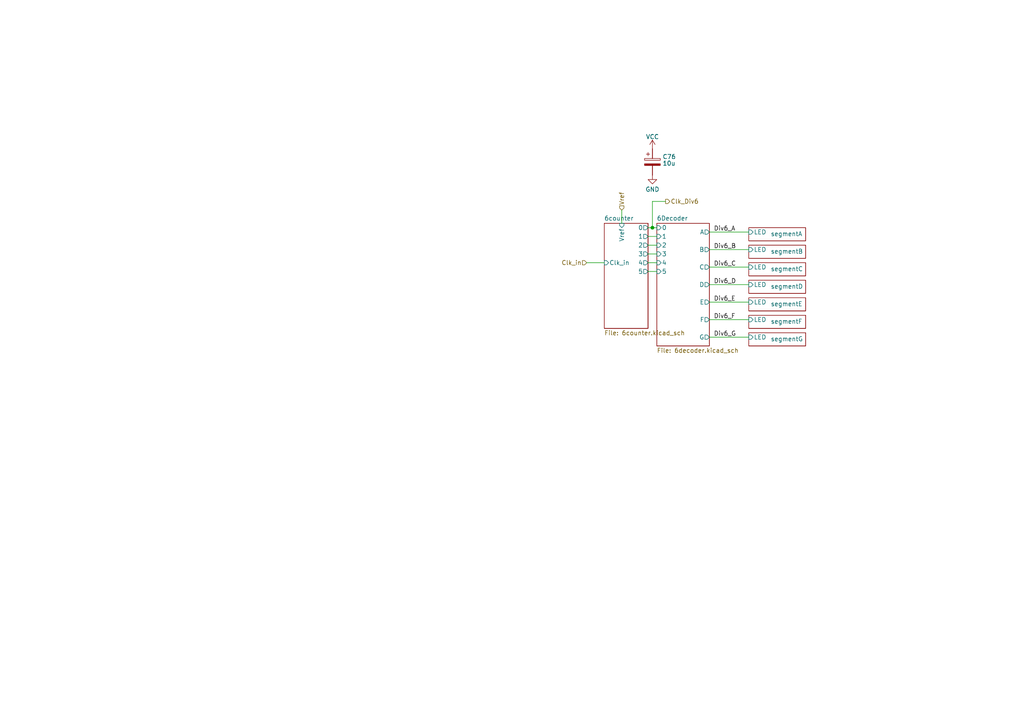
<source format=kicad_sch>
(kicad_sch (version 20230121) (generator eeschema)
  (paper "A4")
  (lib_symbols
    (symbol "Device:C_Polarized" (pin_numbers hide) (pin_names (offset 0.254))
      (property "Reference" "C" (at 0.635 2.54 0))
      (property "Value" "C_Polarized" (at 0.635 -2.54 0))
      (symbol "C_Polarized_0_1"
        (rectangle (start -2.286 0.508) (end 2.286 1.016))
        (polyline (pts (xy -1.778 2.286) (xy -0.762 2.286)))
        (polyline (pts (xy -1.27 2.794) (xy -1.27 1.778)))
        (rectangle (start 2.286 -0.508) (end -2.286 -1.016) (fill (type outline)))
      )
      (symbol "C_Polarized_1_1"
        (pin passive line (at 0 3.81 270) (length 2.794) (name "~") (number "1"))
        (pin passive line (at 0 -3.81 90) (length 2.794) (name "~") (number "2"))
      )
    )
    (symbol "power:GND" (power) (pin_names (offset 0))
      (property "Value" "GND" (at 0 -3.81 0))
      (symbol "GND_0_1"
        (polyline (pts (xy 0 0) (xy 0 -1.27) (xy 1.27 -1.27) (xy 0 -2.54) (xy -1.27 -1.27) (xy 0 -1.27)))
      )
      (symbol "GND_1_1"
        (pin power_in line (at 0 0 270) (length 0) hide (name "GND") (number "1"))
      )
    )
    (symbol "power:VCC" (power) (pin_names (offset 0))
      (property "Value" "VCC" (at 0 3.81 0))
      (symbol "VCC_0_1"
        (polyline (pts (xy -0.762 1.27) (xy 0 2.54)))
        (polyline (pts (xy 0 0) (xy 0 2.54)))
        (polyline (pts (xy 0 2.54) (xy 0.762 1.27)))
      )
      (symbol "VCC_1_1"
        (pin power_in line (at 0 0 90) (length 0) hide (name "VCC") (number "1"))
      )
    )
  )
  (junction (at 189.23 66.04))
  (wire (pts (xy 189.23 66.04) (xy 190.5 66.04)))
  (wire (pts (xy 180.34 60.96) (xy 180.34 64.77)))
  (wire (pts (xy 187.96 73.66) (xy 190.5 73.66)))
  (wire (pts (xy 205.74 67.31) (xy 217.17 67.31)))
  (wire (pts (xy 205.74 97.79) (xy 217.17 97.79)))
  (wire (pts (xy 205.74 92.71) (xy 217.17 92.71)))
  (wire (pts (xy 205.74 72.39) (xy 217.17 72.39)))
  (wire (pts (xy 187.96 68.58) (xy 190.5 68.58)))
  (wire (pts (xy 187.96 78.74) (xy 190.5 78.74)))
  (wire (pts (xy 205.74 77.47) (xy 217.17 77.47)))
  (wire (pts (xy 189.23 58.42) (xy 189.23 66.04)))
  (wire (pts (xy 170.18 76.2) (xy 175.26 76.2)))
  (wire (pts (xy 187.96 71.12) (xy 190.5 71.12)))
  (wire (pts (xy 187.96 66.04) (xy 189.23 66.04)))
  (wire (pts (xy 187.96 76.2) (xy 190.5 76.2)))
  (wire (pts (xy 205.74 82.55) (xy 217.17 82.55)))
  (wire (pts (xy 189.23 58.42) (xy 193.04 58.42)))
  (wire (pts (xy 205.74 87.63) (xy 217.17 87.63)))
  (label "Div6_F" (at 207.01 92.71 0))
  (label "Div6_C" (at 207.01 77.47 0))
  (label "Div6_G" (at 207.01 97.79 0))
  (label "Div6_E" (at 207.01 87.63 0))
  (label "Div6_B" (at 207.01 72.39 0))
  (label "Div6_A" (at 207.01 67.31 0))
  (label "Div6_D" (at 207.01 82.55 0))
  (hierarchical_label "Clk_in" (shape input) (at 170.18 76.2 180))
  (hierarchical_label "Clk_Div6" (shape output) (at 193.04 58.42 0))
  (hierarchical_label "Vref" (shape input) (at 180.34 60.96 90))
  (symbol (lib_id "Device:C_Polarized") (at 189.23 46.99 0) (unit 1)
    (property "Reference" "C76" (at 192.151 45.4573 0) (effects (justify left)))
    (property "Value" "10u" (at 192.151 47.3783 0) (effects (justify left)))
    (property "Footprint" "Capacitor_SMD:C_0805_2012Metric" (effects hide))
    (property "Assembly" "True" (effects hide))
    (property "LCSC_PN" "C15850" (effects hide))
    (property "Price" "0.0105" (effects hide))
    (instances (project "transistor_clock" (path "" (reference "C76") (unit 1)) (path "" (reference "C13") (unit 1)) (path "" (reference "C17") (unit 1))))
  )
  (symbol (lib_id "power:VCC") (at 189.23 43.18 0) (unit 1)
    (property "Reference" "#PWR022" (effects hide))
    (property "Value" "VCC" (at 189.23 39.6781 0))
    (instances (project "transistor_clock" (path "" (reference "#PWR022") (unit 1)) (path "" (reference "#PWR0114") (unit 1)) (path "" (reference "#PWR0191") (unit 1)) (path "" (reference "#PWR0261") (unit 1)) (path "" (reference "#PWR048") (unit 1)) (path "" (reference "#PWR057") (unit 1))))
  )
  (symbol (lib_id "power:GND") (at 189.23 50.8 0) (unit 1)
    (property "Reference" "#PWR09" (effects hide))
    (property "Value" "GND" (at 189.23 54.9355 0))
    (instances (project "transistor_clock" (path "" (reference "#PWR09") (unit 1)) (path "" (reference "#PWR0112") (unit 1)) (path "" (reference "#PWR0181") (unit 1)) (path "" (reference "#PWR0253") (unit 1)) (path "" (reference "#PWR047") (unit 1)) (path "" (reference "#PWR056") (unit 1))))
  )
  (sheet (at 217.17 81.28) (size 16.51 3.81) (stroke (width 0.1524))
    (property "Sheetname" "segmentD" (at 223.52 83.82 0) (effects (justify left bottom)))
    (property "Sheetfile" "segment.kicad_sch" (effects hide))
    (pin "LED" input (at 217.17 82.55 180))
  )
  (sheet (at 217.17 71.12) (size 16.51 3.81) (stroke (width 0.1524))
    (property "Sheetname" "segmentB" (at 223.52 73.66 0) (effects (justify left bottom)))
    (property "Sheetfile" "segment.kicad_sch" (effects hide))
    (pin "LED" input (at 217.17 72.39 180))
  )
  (sheet (at 217.17 66.04) (size 16.51 3.81) (stroke (width 0.1524))
    (property "Sheetname" "segmentA" (at 223.52 68.58 0) (effects (justify left bottom)))
    (property "Sheetfile" "segment.kicad_sch" (effects hide))
    (pin "LED" input (at 217.17 67.31 180))
  )
  (sheet (at 217.17 76.2) (size 16.51 3.81) (stroke (width 0.1524))
    (property "Sheetname" "segmentC" (at 223.52 78.74 0) (effects (justify left bottom)))
    (property "Sheetfile" "segment.kicad_sch" (effects hide))
    (pin "LED" input (at 217.17 77.47 180))
  )
  (sheet (at 217.17 91.44) (size 16.51 3.81) (stroke (width 0.1524))
    (property "Sheetname" "segmentF" (at 223.52 93.98 0) (effects (justify left bottom)))
    (property "Sheetfile" "segment.kicad_sch" (effects hide))
    (pin "LED" input (at 217.17 92.71 180))
  )
  (sheet (at 217.17 96.52) (size 16.51 3.81) (stroke (width 0.1524))
    (property "Sheetname" "segmentG" (at 223.52 99.06 0) (effects (justify left bottom)))
    (property "Sheetfile" "segment.kicad_sch" (effects hide))
    (pin "LED" input (at 217.17 97.79 180))
  )
  (sheet (at 190.5 64.77) (size 15.24 35.56) (stroke (width 0.1524))
    (property "Sheetname" "6Decoder" (at 190.5 64.0584 0) (effects (justify left bottom)))
    (property "Sheetfile" "6decoder.kicad_sch" (at 190.5 100.9146 0) (effects (justify left top)))
    (pin "2" input (at 190.5 71.12 180))
    (pin "1" input (at 190.5 68.58 180))
    (pin "0" input (at 190.5 66.04 180))
    (pin "5" input (at 190.5 78.74 180))
    (pin "4" input (at 190.5 76.2 180))
    (pin "3" input (at 190.5 73.66 180))
    (pin "B" output (at 205.74 72.39 0))
    (pin "A" output (at 205.74 67.31 0))
    (pin "D" output (at 205.74 82.55 0))
    (pin "C" output (at 205.74 77.47 0))
    (pin "E" output (at 205.74 87.63 0))
    (pin "G" output (at 205.74 97.79 0))
    (pin "F" output (at 205.74 92.71 0))
  )
  (sheet (at 217.17 86.36) (size 16.51 3.81) (stroke (width 0.1524))
    (property "Sheetname" "segmentE" (at 223.52 88.9 0) (effects (justify left bottom)))
    (property "Sheetfile" "segment.kicad_sch" (effects hide))
    (pin "LED" input (at 217.17 87.63 180))
  )
  (sheet (at 175.26 64.77) (size 12.7 30.48) (stroke (width 0.1524))
    (property "Sheetname" "6counter" (at 175.26 64.0584 0) (effects (justify left bottom)))
    (property "Sheetfile" "6counter.kicad_sch" (at 175.26 95.8346 0) (effects (justify left top)))
    (pin "Vref" input (at 180.34 64.77 90))
    (pin "1" output (at 187.96 68.58 0))
    (pin "0" output (at 187.96 66.04 0))
    (pin "Clk_in" input (at 175.26 76.2 180))
    (pin "3" output (at 187.96 73.66 0))
    (pin "2" output (at 187.96 71.12 0))
    (pin "5" output (at 187.96 78.74 0))
    (pin "4" output (at 187.96 76.2 0))
  )
)
</source>
